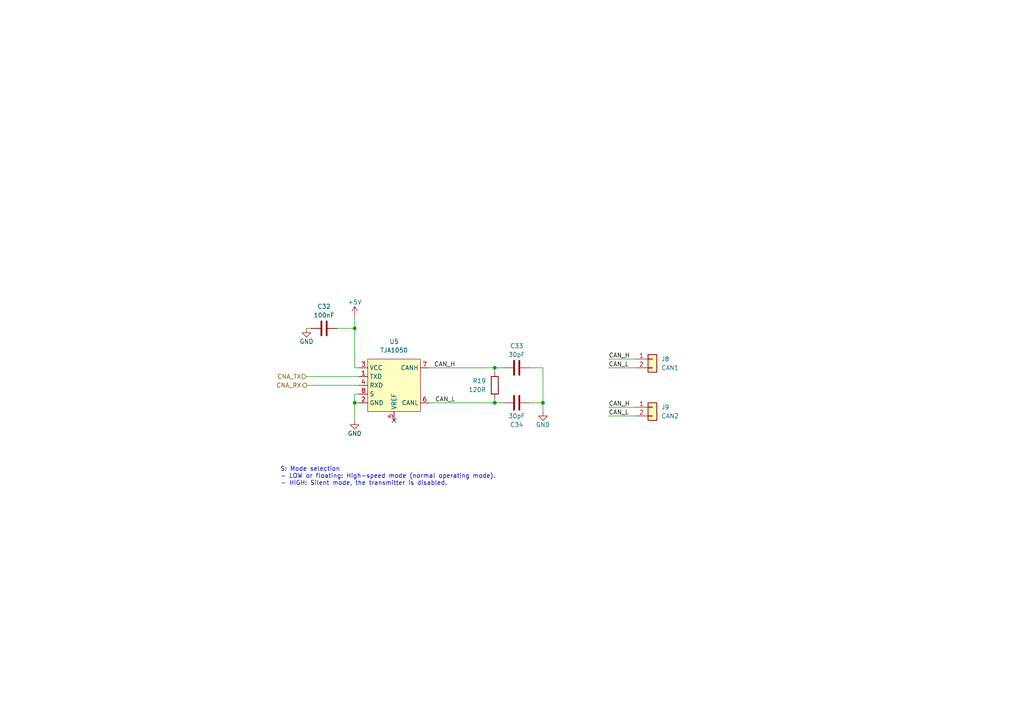
<source format=kicad_sch>
(kicad_sch (version 20230121) (generator eeschema)
  (paper "A4")
  (lib_symbols
    (symbol "Connector_Generic:Conn_01x02" (pin_names (offset 1.016) hide)
      (property "Reference" "J" (at 0 2.54 0))
      (property "Value" "Conn_01x02" (at 0 -5.08 0))
      (symbol "Conn_01x02_1_1"
        (rectangle (start -1.27 -2.413) (end 0 -2.667) (stroke (width 0.1524)))
        (rectangle (start -1.27 0.127) (end 0 -0.127) (stroke (width 0.1524)))
        (rectangle (start -1.27 1.27) (end 1.27 -3.81) (stroke (width 0.254)) (fill (type background)))
        (pin passive line (at -5.08 0 0) (length 3.81) (name "Pin_1") (number "1"))
        (pin passive line (at -5.08 -2.54 0) (length 3.81) (name "Pin_2") (number "2"))
      )
    )
    (symbol "Device:C" (pin_numbers hide) (pin_names (offset 0.254))
      (property "Reference" "C" (at 0.635 2.54 0))
      (property "Value" "C" (at 0.635 -2.54 0))
      (symbol "C_0_1"
        (polyline (pts (xy -2.032 -0.762) (xy 2.032 -0.762)) (stroke (width 0.508)))
        (polyline (pts (xy -2.032 0.762) (xy 2.032 0.762)) (stroke (width 0.508)))
      )
      (symbol "C_1_1"
        (pin passive line (at 0 3.81 270) (length 2.794) (name "~") (number "1"))
        (pin passive line (at 0 -3.81 90) (length 2.794) (name "~") (number "2"))
      )
    )
    (symbol "Device:R" (pin_numbers hide) (pin_names (offset 0))
      (property "Reference" "R" (at 2.032 0 90))
      (property "Value" "R" (at 0 0 90))
      (symbol "R_0_1"
        (rectangle (start -1.016 -2.54) (end 1.016 2.54) (stroke (width 0.254)))
      )
      (symbol "R_1_1"
        (pin passive line (at 0 3.81 270) (length 1.27) (name "~") (number "1"))
        (pin passive line (at 0 -3.81 90) (length 1.27) (name "~") (number "2"))
      )
    )
    (symbol "GND_1" (power) (pin_names (offset 0))
      (property "Value" "GND_1" (at 0 -3.81 0))
      (symbol "GND_1_0_1"
        (polyline (pts (xy 0 0) (xy 0 -1.27) (xy 1.27 -1.27) (xy 0 -2.54) (xy -1.27 -1.27) (xy 0 -1.27)))
      )
      (symbol "GND_1_1_1"
        (pin power_in line (at 0 0 270) (length 0) hide (name "GND") (number "1"))
      )
    )
    (symbol "moco:TJA1050"
      (property "Reference" "U" (at 0 11.43 0))
      (property "Value" "TJA1050" (at 0 8.89 0))
      (symbol "TJA1050_0_0"
        (pin input line (at -10.16 2.54 0) (length 2.54) (name "TXD") (number "1"))
        (pin power_in line (at -10.16 -5.08 0) (length 2.54) (name "GND") (number "2"))
        (pin power_in line (at -10.16 5.08 0) (length 2.54) (name "VCC") (number "3"))
        (pin output line (at -10.16 0 0) (length 2.54) (name "RXD") (number "4"))
        (pin power_out line (at 0 -10.16 90) (length 2.54) (name "VREF") (number "5"))
        (pin bidirectional line (at 10.16 -5.08 180) (length 2.54) (name "CANL") (number "6"))
        (pin bidirectional line (at 10.16 5.08 180) (length 2.54) (name "CANH") (number "7"))
        (pin input line (at -10.16 -2.54 0) (length 2.54) (name "S") (number "8"))
      )
      (symbol "TJA1050_0_1"
        (rectangle (start -7.62 7.62) (end 7.62 -7.62) (fill (type background)))
      )
    )
    (symbol "power:+5V" (power) (pin_names (offset 0))
      (property "Value" "+5V" (at 0 3.556 0))
      (symbol "+5V_0_1"
        (polyline (pts (xy -0.762 1.27) (xy 0 2.54)))
        (polyline (pts (xy 0 0) (xy 0 2.54)))
        (polyline (pts (xy 0 2.54) (xy 0.762 1.27)))
      )
      (symbol "+5V_1_1"
        (pin power_in line (at 0 0 90) (length 0) hide (name "+5V") (number "1"))
      )
    )
  )
  (junction (at 157.48 116.84))
  (junction (at 143.51 106.68))
  (junction (at 102.87 116.84))
  (junction (at 143.51 116.84))
  (junction (at 102.87 95.25))
  (no_connect (at 114.3 121.92))
  (wire (pts (xy 176.53 104.14) (xy 184.15 104.14)))
  (wire (pts (xy 146.05 116.84) (xy 143.51 116.84)))
  (wire (pts (xy 146.05 106.68) (xy 143.51 106.68)))
  (wire (pts (xy 143.51 106.68) (xy 143.51 107.95)))
  (wire (pts (xy 102.87 95.25) (xy 102.87 106.68)))
  (wire (pts (xy 176.53 120.65) (xy 184.15 120.65)))
  (wire (pts (xy 153.67 116.84) (xy 157.48 116.84)))
  (wire (pts (xy 143.51 115.57) (xy 143.51 116.84)))
  (wire (pts (xy 102.87 116.84) (xy 104.14 116.84)))
  (wire (pts (xy 88.9 95.25) (xy 90.17 95.25)))
  (wire (pts (xy 124.46 106.68) (xy 143.51 106.68)))
  (wire (pts (xy 102.87 114.3) (xy 102.87 116.84)))
  (wire (pts (xy 88.9 109.22) (xy 104.14 109.22)))
  (wire (pts (xy 157.48 106.68) (xy 157.48 116.84)))
  (wire (pts (xy 157.48 106.68) (xy 153.67 106.68)))
  (wire (pts (xy 176.53 118.11) (xy 184.15 118.11)))
  (wire (pts (xy 88.9 111.76) (xy 104.14 111.76)))
  (wire (pts (xy 102.87 106.68) (xy 104.14 106.68)))
  (wire (pts (xy 157.48 116.84) (xy 157.48 119.38)))
  (wire (pts (xy 104.14 114.3) (xy 102.87 114.3)))
  (wire (pts (xy 176.53 106.68) (xy 184.15 106.68)))
  (wire (pts (xy 97.79 95.25) (xy 102.87 95.25)))
  (wire (pts (xy 102.87 91.44) (xy 102.87 95.25)))
  (wire (pts (xy 124.46 116.84) (xy 143.51 116.84)))
  (wire (pts (xy 102.87 116.84) (xy 102.87 121.92)))
  (text "S: Mode selection\n- LOW or floating: High-speed mode (normal operating mode).\n- HIGH: Silent mode, the transmitter is disabled." (at 81.28 140.97 0) (effects (font (size 1.27 1.27)) (justify left bottom)))
  (label "CAN_H" (at 176.53 104.14 0))
  (label "CAN_H" (at 132.08 106.68 180))
  (label "CAN_L" (at 132.08 116.84 180))
  (label "CAN_L" (at 176.53 120.65 0))
  (label "CAN_L" (at 176.53 106.68 0))
  (label "CAN_H" (at 176.53 118.11 0))
  (hierarchical_label "CNA_RX" (shape output) (at 88.9 111.76 180))
  (hierarchical_label "CNA_TX" (shape input) (at 88.9 109.22 180))
  (symbol (lib_id "Device:C") (at 149.86 106.68 90) (unit 1)
    (property "Reference" "C33" (at 149.86 100.33 90))
    (property "Value" "30pF" (at 149.86 102.87 90))
    (property "Footprint" "Capacitor_SMD:C_0402_1005Metric" (effects hide))
  )
  (symbol (lib_id "Device:C") (at 93.98 95.25 90) (unit 1)
    (property "Reference" "C32" (at 93.98 88.9 90))
    (property "Value" "100nF" (at 93.98 91.44 90))
    (property "Footprint" "Capacitor_SMD:C_0402_1005Metric" (effects hide))
  )
  (symbol (lib_id "moco:TJA1050") (at 114.3 111.76 0) (unit 1)
    (property "Reference" "U5" (at 114.3 99.06 0))
    (property "Value" "TJA1050" (at 114.3 101.6 0))
    (property "Footprint" "Package_SO:SOIC-8_3.9x4.9mm_P1.27mm" (effects hide))
    (property "JLCPCB Part #" "C6952" (effects hide))
    (property "MFR.Part #" "TJA1050T/CM,118" (effects hide))
  )
  (symbol (lib_name "GND_1") (lib_id "power:GND") (at 102.87 121.92 0) (unit 1)
    (property "Reference" "#PWR052" (effects hide))
    (property "Value" "GND" (at 102.87 125.73 0))
  )
  (symbol (lib_name "GND_1") (lib_id "power:GND") (at 157.48 119.38 0) (unit 1)
    (property "Reference" "#PWR051" (effects hide))
    (property "Value" "GND" (at 157.48 123.19 0))
  )
  (symbol (lib_id "Connector_Generic:Conn_01x02") (at 189.23 118.11 0) (unit 1)
    (property "Reference" "J9" (at 191.77 118.11 0) (effects (justify left)))
    (property "Value" "CAN2" (at 191.77 120.65 0) (effects (justify left)))
    (property "Footprint" "Connector_JST:JST_GH_BM02B-GHS-TBT_1x02-1MP_P1.25mm_Vertical" (effects hide))
  )
  (symbol (lib_id "power:+5V") (at 102.87 91.44 0) (unit 1)
    (property "Reference" "#PWR049" (effects hide))
    (property "Value" "+5V" (at 102.87 87.63 0))
  )
  (symbol (lib_id "Device:R") (at 143.51 111.76 0) (mirror y) (unit 1)
    (property "Reference" "R19" (at 140.97 110.49 0) (effects (justify left)))
    (property "Value" "120R" (at 140.97 113.03 0) (effects (justify left)))
    (property "Footprint" "Resistor_SMD:R_0402_1005Metric" (effects hide))
  )
  (symbol (lib_name "GND_1") (lib_id "power:GND") (at 88.9 95.25 0) (unit 1)
    (property "Reference" "#PWR050" (effects hide))
    (property "Value" "GND" (at 88.9 99.06 0))
  )
  (symbol (lib_id "Device:C") (at 149.86 116.84 90) (unit 1)
    (property "Reference" "C34" (at 149.86 123.19 90))
    (property "Value" "30pF" (at 149.86 120.65 90))
    (property "Footprint" "Capacitor_SMD:C_0402_1005Metric" (effects hide))
  )
  (symbol (lib_id "Connector_Generic:Conn_01x02") (at 189.23 104.14 0) (unit 1)
    (property "Reference" "J8" (at 191.77 104.14 0) (effects (justify left)))
    (property "Value" "CAN1" (at 191.77 106.68 0) (effects (justify left)))
    (property "Footprint" "Connector_JST:JST_GH_BM02B-GHS-TBT_1x02-1MP_P1.25mm_Vertical" (effects hide))
  )
)
</source>
